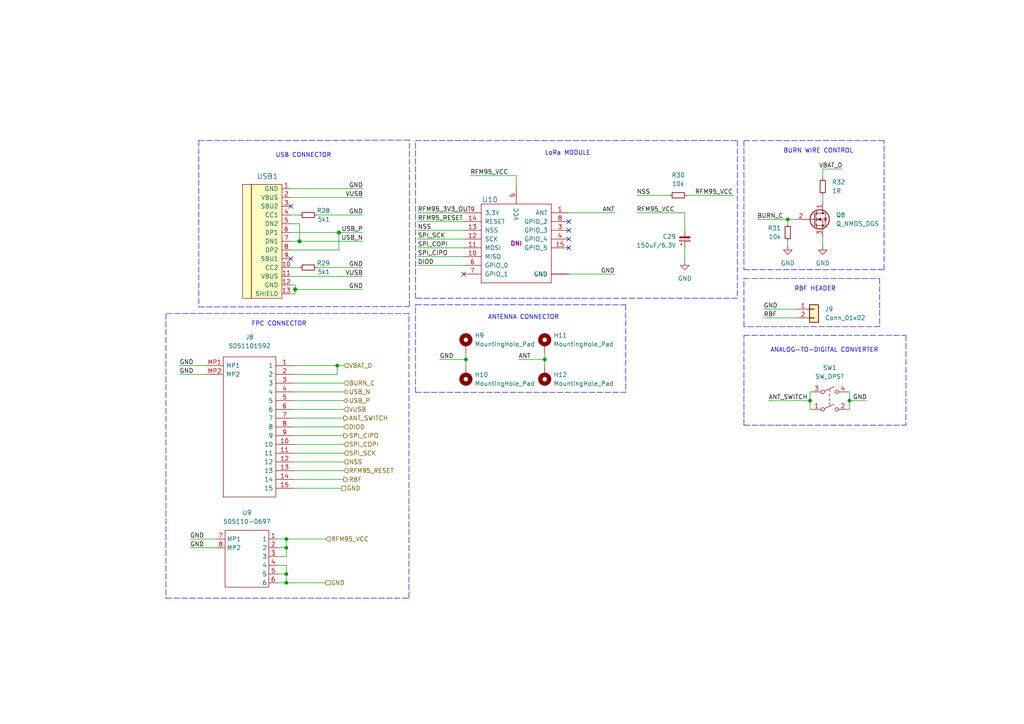
<source format=kicad_sch>
(kicad_sch (version 20211123) (generator eeschema)
  (paper "A4")
  (title_block (title "FZSatellite") (date "2022-10-21") (rev "2") (company "Fiozera - fiozera.com.br") (comment 1 "https://github.com/fiozera/FZsatellite") (comment 2 "Licensed under CERN-OHL-S v2 or later"))
  (lib_symbols
    (symbol "Connector_Generic:Conn_01x02" (pin_names (offset 1.016) hide)
      (property "Reference" "J" (at 0 2.54 0))
      (property "Value" "Conn_01x02" (at 0 -5.08 0))
      (symbol "Conn_01x02_1_1"
        (rectangle (start -1.27 -2.413) (end 0 -2.667) (stroke (width 0.1524)))
        (rectangle (start -1.27 0.127) (end 0 -0.127) (stroke (width 0.1524)))
        (rectangle (start -1.27 1.27) (end 1.27 -3.81) (stroke (width 0.254)) (fill (type background)))
        (pin passive line (at -5.08 0 0) (length 3.81) (name "Pin_1") (number "1"))
        (pin passive line (at -5.08 -2.54 0) (length 3.81) (name "Pin_2") (number "2"))
      )
    )
    (symbol "Device:C_Polarized_Small" (pin_numbers hide) (pin_names (offset 0.254) hide)
      (property "Reference" "C" (at 0.254 1.778 0))
      (property "Value" "C_Polarized_Small" (at 0.254 -2.032 0))
      (symbol "C_Polarized_Small_0_1"
        (rectangle (start -1.524 -0.3048) (end 1.524 -0.6858) (fill (type outline)))
        (rectangle (start -1.524 0.6858) (end 1.524 0.3048))
        (polyline (pts (xy -1.27 1.524) (xy -0.762 1.524)))
        (polyline (pts (xy -1.016 1.27) (xy -1.016 1.778)))
      )
      (symbol "C_Polarized_Small_1_1"
        (pin passive line (at 0 2.54 270) (length 1.8542) (name "~") (number "1"))
        (pin passive line (at 0 -2.54 90) (length 1.8542) (name "~") (number "2"))
      )
    )
    (symbol "Device:Q_NMOS_DGS" (pin_names (offset 0) hide)
      (property "Reference" "Q" (at 5.08 1.27 0))
      (property "Value" "Q_NMOS_DGS" (at 5.08 -1.27 0))
      (symbol "Q_NMOS_DGS_0_1"
        (polyline (pts (xy 0.254 0) (xy -2.54 0)))
        (polyline (pts (xy 0.254 1.905) (xy 0.254 -1.905)) (stroke (width 0.254)))
        (polyline (pts (xy 0.762 -1.27) (xy 0.762 -2.286)) (stroke (width 0.254)))
        (polyline (pts (xy 0.762 0.508) (xy 0.762 -0.508)) (stroke (width 0.254)))
        (polyline (pts (xy 0.762 2.286) (xy 0.762 1.27)) (stroke (width 0.254)))
        (polyline (pts (xy 2.54 2.54) (xy 2.54 1.778)))
        (polyline (pts (xy 2.54 -2.54) (xy 2.54 0) (xy 0.762 0)))
        (polyline (pts (xy 0.762 -1.778) (xy 3.302 -1.778) (xy 3.302 1.778) (xy 0.762 1.778)))
        (polyline (pts (xy 1.016 0) (xy 2.032 0.381) (xy 2.032 -0.381) (xy 1.016 0)) (fill (type outline)))
        (polyline (pts (xy 2.794 0.508) (xy 2.921 0.381) (xy 3.683 0.381) (xy 3.81 0.254)))
        (polyline (pts (xy 3.302 0.381) (xy 2.921 -0.254) (xy 3.683 -0.254) (xy 3.302 0.381)))
        (circle (center 1.651 0) (radius 2.794) (stroke (width 0.254)))
        (circle (center 2.54 -1.778) (radius 0.254) (fill (type outline)))
        (circle (center 2.54 1.778) (radius 0.254) (fill (type outline)))
      )
      (symbol "Q_NMOS_DGS_1_1"
        (pin passive line (at 2.54 5.08 270) (length 2.54) (name "D") (number "1"))
        (pin input line (at -5.08 0 0) (length 2.54) (name "G") (number "2"))
        (pin passive line (at 2.54 -5.08 90) (length 2.54) (name "S") (number "3"))
      )
    )
    (symbol "Device:R_Small" (pin_numbers hide) (pin_names (offset 0.254) hide)
      (property "Reference" "R" (at 0.762 0.508 0))
      (property "Value" "R_Small" (at 0.762 -1.016 0))
      (symbol "R_Small_0_1"
        (rectangle (start -0.762 1.778) (end 0.762 -1.778) (stroke (width 0.2032)))
      )
      (symbol "R_Small_1_1"
        (pin passive line (at 0 2.54 270) (length 0.762) (name "~") (number "1"))
        (pin passive line (at 0 -2.54 90) (length 0.762) (name "~") (number "2"))
      )
    )
    (symbol "Fiozera:505110-0697"
      (property "Reference" "U" (at 0 0 0))
      (property "Value" "505110-0697" (at 0 -2.54 0))
      (symbol "505110-0697_0_1"
        (rectangle (start -6.35 -3.81) (end 6.35 -20.32) (stroke (width 0.1524)))
      )
      (symbol "505110-0697_1_1"
        (pin bidirectional line (at 8.89 -6.35 180) (length 2.54) (name "1") (number "1"))
        (pin bidirectional line (at 8.89 -8.89 180) (length 2.54) (name "2") (number "2"))
        (pin bidirectional line (at 8.89 -11.43 180) (length 2.54) (name "3") (number "3"))
        (pin bidirectional line (at 8.89 -13.97 180) (length 2.54) (name "4") (number "4"))
        (pin bidirectional line (at 8.89 -16.51 180) (length 2.54) (name "5") (number "5"))
        (pin bidirectional line (at 8.89 -19.05 180) (length 2.54) (name "6") (number "6"))
        (pin unspecified line (at -8.89 -6.35 0) (length 2.54) (name "MP1") (number "7"))
        (pin unspecified line (at -8.89 -8.89 0) (length 2.54) (name "MP2") (number "8"))
      )
    )
    (symbol "Mechanical:MountingHole_Pad" (pin_numbers hide) (pin_names (offset 1.016) hide)
      (property "Reference" "H" (at 0 6.35 0))
      (property "Value" "MountingHole_Pad" (at 0 4.445 0))
      (symbol "MountingHole_Pad_0_1"
        (circle (center 0 1.27) (radius 1.27) (stroke (width 1.27)))
      )
      (symbol "MountingHole_Pad_1_1"
        (pin input line (at 0 -2.54 90) (length 2.54) (name "1") (number "1"))
      )
    )
    (symbol "SamacSys_Parts:5051101592" (pin_names (offset 0.762))
      (property "Reference" "J" (at 21.59 7.62 0))
      (property "Value" "5051101592" (at 21.59 5.08 0))
      (symbol "5051101592_0_0"
        (pin passive line (at 25.4 0 180) (length 5.08) (name "1") (number "1"))
        (pin passive line (at 25.4 -22.86 180) (length 5.08) (name "10") (number "10"))
        (pin passive line (at 25.4 -25.4 180) (length 5.08) (name "11") (number "11"))
        (pin passive line (at 25.4 -27.94 180) (length 5.08) (name "12") (number "12"))
        (pin passive line (at 25.4 -30.48 180) (length 5.08) (name "13") (number "13"))
        (pin passive line (at 25.4 -33.02 180) (length 5.08) (name "14") (number "14"))
        (pin passive line (at 25.4 -35.56 180) (length 5.08) (name "15") (number "15"))
        (pin passive line (at 25.4 -2.54 180) (length 5.08) (name "2") (number "2"))
        (pin passive line (at 25.4 -5.08 180) (length 5.08) (name "3") (number "3"))
        (pin passive line (at 25.4 -7.62 180) (length 5.08) (name "4") (number "4"))
        (pin passive line (at 25.4 -10.16 180) (length 5.08) (name "5") (number "5"))
        (pin passive line (at 25.4 -12.7 180) (length 5.08) (name "6") (number "6"))
        (pin passive line (at 25.4 -15.24 180) (length 5.08) (name "7") (number "7"))
        (pin passive line (at 25.4 -17.78 180) (length 5.08) (name "8") (number "8"))
        (pin passive line (at 25.4 -20.32 180) (length 5.08) (name "9") (number "9"))
        (pin passive line (at 0 0 0) (length 5.08) (name "MP1") (number "MP1"))
        (pin passive line (at 0 -2.54 0) (length 5.08) (name "MP2") (number "MP2"))
      )
      (symbol "5051101592_0_1"
        (polyline (pts (xy 5.08 2.54) (xy 20.32 2.54) (xy 20.32 -38.1) (xy 5.08 -38.1) (xy 5.08 2.54)) (stroke (width 0.1524)))
      )
    )
    (symbol "Switch:SW_DPST" (pin_names (offset 0) hide)
      (property "Reference" "SW" (at 0 5.08 0))
      (property "Value" "SW_DPST" (at 0 -5.08 0))
      (symbol "SW_DPST_0_0"
        (circle (center -2.032 -2.54) (radius 0.508))
        (circle (center -2.032 2.54) (radius 0.508))
        (polyline (pts (xy -1.524 -2.286) (xy 1.27 -1.016)))
        (polyline (pts (xy -1.524 2.794) (xy 1.27 4.064)))
        (polyline (pts (xy 0 -1.27) (xy 0 -0.635)))
        (polyline (pts (xy 0 0) (xy 0 0.635)))
        (polyline (pts (xy 0 1.27) (xy 0 1.905)))
        (polyline (pts (xy 0 2.54) (xy 0 3.175)))
        (circle (center 2.032 -2.54) (radius 0.508))
        (circle (center 2.032 2.54) (radius 0.508))
      )
      (symbol "SW_DPST_1_1"
        (pin passive line (at -5.08 -2.54 0) (length 2.54) (name "1") (number "1"))
        (pin passive line (at 5.08 -2.54 180) (length 2.54) (name "2") (number "2"))
        (pin passive line (at -5.08 2.54 0) (length 2.54) (name "3") (number "3"))
        (pin passive line (at 5.08 2.54 180) (length 2.54) (name "4") (number "4"))
      )
    )
    (symbol "Type-C:HRO-TYPE-C-31-M-12" (pin_names (offset 1.016))
      (property "Reference" "USB" (at -5.08 16.51 0))
      (property "Value" "HRO-TYPE-C-31-M-12" (at -10.16 -1.27 90))
      (symbol "HRO-TYPE-C-31-M-12_0_1"
        (rectangle (start -11.43 15.24) (end -8.89 -17.78) (fill (type background)))
        (rectangle (start 0 -17.78) (end -8.89 15.24) (fill (type background)))
      )
      (symbol "HRO-TYPE-C-31-M-12_1_1"
        (pin input line (at 2.54 13.97 180) (length 2.54) (name "GND") (number "1"))
        (pin input line (at 2.54 -8.89 180) (length 2.54) (name "CC2") (number "10"))
        (pin input line (at 2.54 -11.43 180) (length 2.54) (name "VBUS") (number "11"))
        (pin input line (at 2.54 -13.97 180) (length 2.54) (name "GND") (number "12"))
        (pin input line (at 2.54 -16.51 180) (length 2.54) (name "SHIELD") (number "13"))
        (pin input line (at 2.54 11.43 180) (length 2.54) (name "VBUS") (number "2"))
        (pin input line (at 2.54 8.89 180) (length 2.54) (name "SBU2") (number "3"))
        (pin input line (at 2.54 6.35 180) (length 2.54) (name "CC1") (number "4"))
        (pin input line (at 2.54 3.81 180) (length 2.54) (name "DN2") (number "5"))
        (pin input line (at 2.54 1.27 180) (length 2.54) (name "DP1") (number "6"))
        (pin input line (at 2.54 -1.27 180) (length 2.54) (name "DN1") (number "7"))
        (pin input line (at 2.54 -3.81 180) (length 2.54) (name "DP2") (number "8"))
        (pin input line (at 2.54 -6.35 180) (length 2.54) (name "SBU1") (number "9"))
      )
    )
    (symbol "mainboard:RFM98PW" (pin_names (offset 1.016))
      (property "Reference" "U" (at -7.62 10.16 0))
      (symbol "RFM98PW_0_0"
        (pin bidirectional line (at 17.78 -10.16 180) (length 5.08) hide (name "GND") (number "17"))
        (pin bidirectional line (at 2.54 15.24 270) (length 5.08) (name "VCC") (number "5"))
      )
      (symbol "RFM98PW_1_0"
        (polyline (pts (xy -7.62 -12.7) (xy -7.62 10.16)))
        (polyline (pts (xy -7.62 10.16) (xy 12.7 10.16)))
        (polyline (pts (xy 12.7 -12.7) (xy -7.62 -12.7)))
        (polyline (pts (xy 12.7 10.16) (xy 12.7 -12.7)))
        (pin bidirectional line (at 17.78 7.62 180) (length 5.08) (name "ANT") (number "1"))
        (pin bidirectional line (at -12.7 -5.08 0) (length 5.08) (name "MISO") (number "10"))
        (pin bidirectional line (at -12.7 -2.54 0) (length 5.08) (name "MOSI") (number "11"))
        (pin bidirectional line (at -12.7 0 0) (length 5.08) (name "SCK") (number "12"))
        (pin bidirectional line (at -12.7 2.54 0) (length 5.08) (name "NSS") (number "13"))
        (pin bidirectional line (at -12.7 5.08 0) (length 5.08) (name "RESET") (number "14"))
        (pin bidirectional line (at 17.78 -2.54 180) (length 5.08) (name "GPIO_5") (number "15"))
        (pin bidirectional line (at 17.78 -10.16 180) (length 5.08) (name "GND") (number "16"))
        (pin bidirectional line (at 17.78 -10.16 180) (length 5.08) (name "GND") (number "2"))
        (pin bidirectional line (at 17.78 2.54 180) (length 5.08) (name "GPIO_3") (number "3"))
        (pin bidirectional line (at 17.78 0 180) (length 5.08) (name "GPIO_4") (number "4"))
        (pin bidirectional line (at -12.7 -7.62 0) (length 5.08) (name "GPIO_0") (number "6"))
        (pin bidirectional line (at -12.7 -10.16 0) (length 5.08) (name "GPIO_1") (number "7"))
        (pin bidirectional line (at 17.78 5.08 180) (length 5.08) (name "GPIO_2") (number "8"))
        (pin power_in line (at -12.7 7.62 0) (length 5.08) (name "3.3V") (number "9"))
      )
    )
    (symbol "power:GND" (power) (pin_names (offset 0))
      (property "Value" "GND" (at 0 -3.81 0))
      (symbol "GND_0_1"
        (polyline (pts (xy 0 0) (xy 0 -1.27) (xy 1.27 -1.27) (xy 0 -2.54) (xy -1.27 -1.27) (xy 0 -1.27)))
      )
      (symbol "GND_1_1"
        (pin power_in line (at 0 0 270) (length 0) hide (name "GND") (number "1"))
      )
    )
  )
  (junction (at 83.058 156.337))
  (junction (at 86.868 69.977) (diameter 1.016))
  (junction (at 98.298 67.437) (diameter 1.016))
  (junction (at 83.058 166.497))
  (junction (at 228.473 63.627))
  (junction (at 157.988 104.267))
  (junction (at 246.38 116.205))
  (junction (at 85.598 83.947) (diameter 1.016))
  (junction (at 83.058 169.037))
  (junction (at 97.79 106.045))
  (junction (at 135.128 104.267))
  (junction (at 83.058 158.877))
  (junction (at 234.95 116.205))
  (no_connect (at 164.973 69.342))
  (no_connect (at 134.493 79.502))
  (no_connect (at 84.328 59.817))
  (no_connect (at 164.973 71.882))
  (no_connect (at 164.973 64.262))
  (no_connect (at 164.973 66.802))
  (no_connect (at 84.328 75.057))
  (wire (pts (xy 80.518 156.337) (xy 83.058 156.337)))
  (wire (pts (xy 86.868 69.977) (xy 105.283 69.977)))
  (polyline (pts (xy 262.763 97.282) (xy 262.763 123.317)))
  (polyline (pts (xy 118.618 173.482) (xy 118.618 90.932)))
  (wire (pts (xy 135.128 106.172) (xy 135.128 104.267)))
  (wire (pts (xy 83.058 166.497) (xy 83.058 163.957)))
  (wire (pts (xy 85.09 126.365) (xy 99.695 126.365)))
  (wire (pts (xy 127.508 104.267) (xy 135.128 104.267)))
  (wire (pts (xy 238.633 49.022) (xy 244.348 49.022)))
  (wire (pts (xy 184.658 56.642) (xy 194.183 56.642)))
  (wire (pts (xy 84.328 80.137) (xy 105.283 80.137)))
  (wire (pts (xy 85.09 111.125) (xy 99.695 111.125)))
  (wire (pts (xy 85.598 82.677) (xy 85.598 83.947)))
  (wire (pts (xy 121.158 64.262) (xy 134.493 64.262)))
  (wire (pts (xy 85.09 108.585) (xy 97.79 108.585)))
  (wire (pts (xy 84.328 67.437) (xy 98.298 67.437)))
  (wire (pts (xy 84.328 64.897) (xy 86.868 64.897)))
  (polyline (pts (xy 120.523 113.792) (xy 181.483 113.792)))
  (wire (pts (xy 85.598 83.947) (xy 105.283 83.947)))
  (polyline (pts (xy 256.413 40.767) (xy 215.773 40.767)))
  (wire (pts (xy 184.658 61.722) (xy 198.628 61.722)))
  (wire (pts (xy 135.128 102.362) (xy 135.128 104.267)))
  (wire (pts (xy 228.473 63.627) (xy 228.473 64.897)))
  (polyline (pts (xy 215.773 94.742) (xy 215.773 80.772)))
  (wire (pts (xy 85.09 136.525) (xy 99.695 136.525)))
  (wire (pts (xy 134.493 76.962) (xy 121.158 76.962)))
  (wire (pts (xy 83.058 158.877) (xy 83.058 156.337)))
  (polyline (pts (xy 118.745 88.9) (xy 118.745 40.64)))
  (wire (pts (xy 55.118 156.337) (xy 62.738 156.337)))
  (wire (pts (xy 121.158 61.722) (xy 134.493 61.722)))
  (wire (pts (xy 85.09 128.905) (xy 99.695 128.905)))
  (wire (pts (xy 150.368 104.267) (xy 157.988 104.267)))
  (wire (pts (xy 105.283 62.357) (xy 91.948 62.357)))
  (wire (pts (xy 52.07 106.045) (xy 59.69 106.045)))
  (wire (pts (xy 84.328 77.597) (xy 86.868 77.597)))
  (wire (pts (xy 84.328 82.677) (xy 85.598 82.677)))
  (wire (pts (xy 97.79 108.585) (xy 97.79 106.045)))
  (polyline (pts (xy 255.143 80.772) (xy 255.143 94.742)))
  (wire (pts (xy 83.058 169.037) (xy 94.488 169.037)))
  (wire (pts (xy 62.738 158.877) (xy 55.118 158.877)))
  (wire (pts (xy 85.09 116.205) (xy 99.695 116.205)))
  (wire (pts (xy 121.158 69.342) (xy 134.493 69.342)))
  (polyline (pts (xy 213.868 86.487) (xy 120.523 86.487)))
  (wire (pts (xy 85.598 85.217) (xy 84.328 85.217)))
  (wire (pts (xy 80.518 169.037) (xy 83.058 169.037)))
  (wire (pts (xy 164.973 61.722) (xy 178.308 61.722)))
  (polyline (pts (xy 255.143 94.742) (xy 215.773 94.742)))
  (wire (pts (xy 80.518 166.497) (xy 83.058 166.497)))
  (wire (pts (xy 246.38 116.205) (xy 246.38 118.745)))
  (polyline (pts (xy 57.658 89.027) (xy 118.745 88.9)))
  (wire (pts (xy 198.628 61.722) (xy 198.628 66.802)))
  (wire (pts (xy 238.633 51.562) (xy 238.633 49.022)))
  (wire (pts (xy 80.518 161.417) (xy 83.058 161.417)))
  (wire (pts (xy 98.298 67.437) (xy 105.283 67.437)))
  (wire (pts (xy 121.158 66.802) (xy 134.493 66.802)))
  (wire (pts (xy 85.09 106.045) (xy 97.79 106.045)))
  (wire (pts (xy 85.09 141.605) (xy 99.06 141.605)))
  (wire (pts (xy 80.518 158.877) (xy 83.058 158.877)))
  (polyline (pts (xy 256.413 78.232) (xy 256.413 40.767)))
  (wire (pts (xy 235.585 113.665) (xy 234.95 113.665)))
  (polyline (pts (xy 57.658 40.767) (xy 57.658 89.027)))
  (polyline (pts (xy 120.523 86.487) (xy 120.523 40.767)))
  (polyline (pts (xy 215.773 40.767) (xy 215.773 78.232)))
  (wire (pts (xy 238.633 68.707) (xy 238.633 71.247)))
  (wire (pts (xy 84.328 69.977) (xy 86.868 69.977)))
  (polyline (pts (xy 213.868 40.767) (xy 213.868 86.487)))
  (wire (pts (xy 164.973 79.502) (xy 178.308 79.502)))
  (polyline (pts (xy 120.523 40.767) (xy 213.868 40.767)))
  (wire (pts (xy 86.868 62.357) (xy 84.328 62.357)))
  (wire (pts (xy 85.09 118.745) (xy 99.695 118.745)))
  (wire (pts (xy 80.518 163.957) (xy 83.058 163.957)))
  (wire (pts (xy 121.158 74.422) (xy 134.493 74.422)))
  (wire (pts (xy 85.09 133.985) (xy 99.695 133.985)))
  (wire (pts (xy 222.885 116.205) (xy 234.95 116.205)))
  (wire (pts (xy 136.398 50.927) (xy 149.733 50.927)))
  (polyline (pts (xy 48.133 90.932) (xy 48.133 173.482)))
  (wire (pts (xy 85.09 131.445) (xy 99.695 131.445)))
  (wire (pts (xy 246.38 116.205) (xy 251.46 116.205)))
  (wire (pts (xy 85.09 139.065) (xy 99.695 139.065)))
  (wire (pts (xy 245.745 113.665) (xy 246.38 113.665)))
  (wire (pts (xy 84.328 72.517) (xy 98.298 72.517)))
  (polyline (pts (xy 215.773 97.282) (xy 262.763 97.282)))
  (polyline (pts (xy 215.773 123.317) (xy 262.763 123.317)))
  (wire (pts (xy 97.79 106.045) (xy 99.695 106.045)))
  (wire (pts (xy 85.598 83.947) (xy 85.598 85.217)))
  (wire (pts (xy 246.38 113.665) (xy 246.38 116.205)))
  (polyline (pts (xy 118.618 90.932) (xy 48.133 90.932)))
  (wire (pts (xy 228.473 63.627) (xy 231.013 63.627)))
  (wire (pts (xy 221.488 89.662) (xy 231.013 89.662)))
  (wire (pts (xy 91.948 77.597) (xy 105.283 77.597)))
  (polyline (pts (xy 215.773 78.232) (xy 256.413 78.232)))
  (polyline (pts (xy 120.523 88.392) (xy 181.483 88.392)))
  (wire (pts (xy 234.95 113.665) (xy 234.95 116.205)))
  (wire (pts (xy 86.868 64.897) (xy 86.868 69.977)))
  (wire (pts (xy 85.09 113.665) (xy 99.695 113.665)))
  (wire (pts (xy 98.298 72.517) (xy 98.298 67.437)))
  (wire (pts (xy 234.95 116.205) (xy 234.95 118.745)))
  (polyline (pts (xy 118.745 40.64) (xy 57.658 40.767)))
  (wire (pts (xy 85.09 121.285) (xy 99.695 121.285)))
  (wire (pts (xy 238.633 56.642) (xy 238.633 58.547)))
  (polyline (pts (xy 48.133 173.482) (xy 118.618 173.482)))
  (polyline (pts (xy 120.523 113.792) (xy 120.523 88.392)))
  (wire (pts (xy 198.628 71.882) (xy 198.628 75.692)))
  (polyline (pts (xy 181.483 88.392) (xy 181.483 113.792)))
  (wire (pts (xy 219.583 63.627) (xy 228.473 63.627)))
  (wire (pts (xy 83.058 156.337) (xy 94.488 156.337)))
  (wire (pts (xy 83.058 169.037) (xy 83.058 166.497)))
  (wire (pts (xy 228.473 69.977) (xy 228.473 71.247)))
  (wire (pts (xy 157.988 104.267) (xy 157.988 106.172)))
  (wire (pts (xy 149.733 50.927) (xy 149.733 54.102)))
  (wire (pts (xy 84.328 54.737) (xy 105.283 54.737)))
  (polyline (pts (xy 215.773 80.772) (xy 255.143 80.772)))
  (wire (pts (xy 59.69 108.585) (xy 52.07 108.585)))
  (wire (pts (xy 83.058 161.417) (xy 83.058 158.877)))
  (wire (pts (xy 85.09 123.825) (xy 99.695 123.825)))
  (wire (pts (xy 199.263 56.642) (xy 212.598 56.642)))
  (wire (pts (xy 121.158 71.882) (xy 134.493 71.882)))
  (wire (pts (xy 221.488 92.202) (xy 231.013 92.202)))
  (wire (pts (xy 234.95 118.745) (xy 235.585 118.745)))
  (wire (pts (xy 245.745 118.745) (xy 246.38 118.745)))
  (wire (pts (xy 105.283 57.277) (xy 84.328 57.277)))
  (polyline (pts (xy 215.773 123.317) (xy 215.773 97.282)))
  (wire (pts (xy 157.988 102.362) (xy 157.988 104.267)))
  (text "ANALOG-TO-DIGITAL CONVERTER" (at 223.393 102.362 0) (effects (font (size 1.27 1.27)) (justify left bottom)))
  (text "BURN WIRE CONTROL" (at 227.203 44.577 0) (effects (font (size 1.27 1.27)) (justify left bottom)))
  (text "FPC CONNECTOR" (at 72.898 94.742 0) (effects (font (size 1.27 1.27)) (justify left bottom)))
  (text "RBF HEADER" (at 230.378 84.582 0) (effects (font (size 1.27 1.27)) (justify left bottom)))
  (text "USB CONNECTOR" (at 79.883 45.847 0) (effects (font (size 1.27 1.27)) (justify left bottom)))
  (text "LoRa MODULE" (at 157.988 45.212 0) (effects (font (size 1.27 1.27)) (justify left bottom)))
  (text "ANTENNA CONNECTOR" (at 141.478 92.837 0) (effects (font (size 1.27 1.27)) (justify left bottom)))
  (label "SPI_SCK" (at 121.158 69.342 0))
  (label "RBF" (at 221.488 92.202 0))
  (label "GND" (at 105.283 77.597 180))
  (label "ANT_SWITCH" (at 222.885 116.205 0))
  (label "RFM95_3V3_OUT" (at 121.158 61.722 0))
  (label "GND" (at 127.508 104.267 0))
  (label "DIO0" (at 121.158 76.962 0))
  (label "GND" (at 55.118 156.337 0))
  (label "NSS" (at 121.158 66.802 0))
  (label "GND" (at 105.283 83.947 180))
  (label "USB_N" (at 105.283 69.977 180))
  (label "GND" (at 55.118 158.877 0))
  (label "GND" (at 178.308 79.502 180))
  (label "BURN_C" (at 219.583 63.627 0))
  (label "SPI_COPI" (at 121.158 71.882 0))
  (label "VUSB" (at 105.283 57.277 180))
  (label "GND" (at 221.488 89.662 0))
  (label "VUSB" (at 105.283 80.137 180))
  (label "VBAT_D" (at 244.348 49.022 180))
  (label "NSS" (at 184.658 56.642 0))
  (label "RFM95_RESET" (at 121.158 64.262 0))
  (label "GND" (at 105.283 54.737 180))
  (label "GND" (at 52.07 108.585 0))
  (label "ANT" (at 150.368 104.267 0))
  (label "RFM95_VCC" (at 184.658 61.722 0))
  (label "GND" (at 251.46 116.205 180))
  (label "ANT" (at 178.308 61.722 180))
  (label "GND" (at 105.283 62.357 180))
  (label "SPI_CIPO" (at 121.158 74.422 0))
  (label "GND" (at 52.07 106.045 0))
  (label "RFM95_VCC" (at 212.598 56.642 180))
  (label "USB_P" (at 105.283 67.437 180))
  (label "RFM95_VCC" (at 136.398 50.927 0))
  (hierarchical_label "ANT_SWITCH" (shape output) (at 99.695 121.285 0))
  (hierarchical_label "RBF" (shape output) (at 99.695 139.065 0))
  (hierarchical_label "SPI_SCK" (shape input) (at 99.695 131.445 0))
  (hierarchical_label "RFM95_VCC" (shape input) (at 94.488 156.337 0))
  (hierarchical_label "VBAT_D" (shape input) (at 99.695 106.045 0))
  (hierarchical_label "SPI_COPI" (shape input) (at 99.695 128.905 0))
  (hierarchical_label "BURN_C" (shape input) (at 99.695 111.125 0))
  (hierarchical_label "GND" (shape passive) (at 94.488 169.037 0))
  (hierarchical_label "SPI_CIPO" (shape output) (at 99.695 126.365 0))
  (hierarchical_label "DIO0" (shape input) (at 99.695 123.825 0))
  (hierarchical_label "USB_P" (shape bidirectional) (at 99.695 116.205 0))
  (hierarchical_label "GND" (shape passive) (at 99.06 141.605 0))
  (hierarchical_label "USB_N" (shape bidirectional) (at 99.695 113.665 0))
  (hierarchical_label "NSS" (shape input) (at 99.695 133.985 0))
  (hierarchical_label "RFM95_RESET" (shape input) (at 99.695 136.525 0))
  (hierarchical_label "VUSB" (shape input) (at 99.695 118.745 0))
  (symbol (lib_id "Mechanical:MountingHole_Pad") (at 157.988 108.712 180) (unit 1)
    (property "Reference" "H12" (at 160.528 108.7119 0) (effects (justify right)))
    (property "Value" "MountingHole_Pad" (at 160.528 111.2519 0) (effects (justify right)))
    (property "Footprint" "MountingHole:MountingHole_2.2mm_M2_DIN965_Pad_TopOnly" (effects hide))
  )
  (symbol (lib_id "Device:R_Small") (at 89.408 62.357 90) (unit 1)
    (property "Reference" "R28" (at 95.758 61.087 90) (effects (justify left)))
    (property "Value" "5k1" (at 95.758 63.627 90) (effects (justify left)))
    (property "Footprint" "Resistor_SMD:R_0603_1608Metric" (effects hide))
  )
  (symbol (lib_id "Mechanical:MountingHole_Pad") (at 135.128 99.822 0) (unit 1)
    (property "Reference" "H9" (at 137.668 97.2819 0) (effects (justify left)))
    (property "Value" "MountingHole_Pad" (at 137.668 99.8219 0) (effects (justify left)))
    (property "Footprint" "MountingHole:MountingHole_2.2mm_M2_DIN965_Pad_TopOnly" (effects hide))
  )
  (symbol (lib_id "Connector_Generic:Conn_01x02") (at 236.093 89.662 0) (unit 1)
    (property "Reference" "J9" (at 239.268 89.6619 0) (effects (justify left)))
    (property "Value" "Conn_01x02" (at 239.268 92.2019 0) (effects (justify left)))
    (property "Footprint" "Connector_PinHeader_2.54mm:PinHeader_1x02_P2.54mm_Horizontal" (effects hide))
  )
  (symbol (lib_id "power:GND") (at 228.473 71.247 0) (mirror y) (unit 1)
    (property "Reference" "#PWR0154" (effects hide))
    (property "Value" "GND" (at 228.473 76.327 0))
  )
  (symbol (lib_id "Device:R_Small") (at 89.408 77.597 90) (unit 1)
    (property "Reference" "R29" (at 95.758 76.327 90) (effects (justify left)))
    (property "Value" "5k1" (at 95.758 78.867 90) (effects (justify left)))
    (property "Footprint" "Resistor_SMD:R_0603_1608Metric" (effects hide))
  )
  (symbol (lib_id "mainboard:RFM98PW") (at 147.193 69.342 0) (unit 1)
    (property "Reference" "U10" (at 142.113 57.912 0) (effects (font (size 1.4986 1.4986))))
    (property "Value" "RFM98PW" (effects hide))
    (property "Footprint" "Fiozera:RFM95PW" (effects hide))
    (property "DNI" "DNI" (at 149.733 70.612 0) (effects (font bold)))
  )
  (symbol (lib_id "Device:R_Small") (at 228.473 67.437 0) (mirror x) (unit 1)
    (property "Reference" "R31" (at 226.568 66.1669 0) (effects (justify right)))
    (property "Value" "10k" (at 226.568 68.7069 0) (effects (justify right)))
    (property "Footprint" "Resistor_SMD:R_0402_1005Metric" (effects hide))
  )
  (symbol (lib_id "power:GND") (at 238.633 71.247 0) (mirror y) (unit 1)
    (property "Reference" "#PWR0153" (effects hide))
    (property "Value" "GND" (at 238.633 76.327 0))
  )
  (symbol (lib_id "Device:C_Polarized_Small") (at 198.628 69.342 0) (mirror x) (unit 1)
    (property "Reference" "C29" (at 196.088 68.618 0) (effects (justify right)))
    (property "Value" "150uF{slash}6.3V" (at 196.088 71.158 0) (effects (justify right)))
    (property "Footprint" "Capacitor_Tantalum_SMD:CP_EIA-7343-15_Kemet-W" (effects hide))
    (property "Datasheet" "https://br.mouser.com/datasheet/2/212/1/KEM_T2076_T52X_530-1104134.pdf" (effects hide))
    (property "Mouser Part" "80-T520V157M006E025" (effects hide))
  )
  (symbol (lib_id "power:GND") (at 198.628 75.692 0) (unit 1)
    (property "Reference" "#PWR0152" (effects hide))
    (property "Value" "GND" (at 198.628 80.772 0))
  )
  (symbol (lib_id "Device:Q_NMOS_DGS") (at 236.093 63.627 0) (unit 1)
    (property "Reference" "Q8" (at 242.443 62.3569 0) (effects (justify left)))
    (property "Value" "Q_NMOS_DGS" (at 242.443 64.8969 0) (effects (justify left)))
    (property "Footprint" "Fiozera:RUL035N02FRATR" (effects hide))
  )
  (symbol (lib_id "Type-C:HRO-TYPE-C-31-M-12") (at 81.788 68.707 0) (unit 1)
    (property "Reference" "USB1" (at 77.5462 51.1556 0) (effects (font (size 1.524 1.524))))
    (property "Value" "HRO-TYPE-C-31-M-12" (effects hide))
    (property "Footprint" "Type-C:HRO-TYPE-C-31-M-12-HandSoldering" (effects hide))
  )
  (symbol (lib_id "Fiozera:505110-0697") (at 71.628 149.987 0) (unit 1)
    (property "Reference" "U9" (at 71.628 148.717 0))
    (property "Value" "505110-0697" (at 71.628 151.257 0))
    (property "Footprint" "SamacSys_Parts:5051100692" (effects hide))
  )
  (symbol (lib_id "Mechanical:MountingHole_Pad") (at 157.988 99.822 0) (unit 1)
    (property "Reference" "H11" (at 160.528 97.2819 0) (effects (justify left)))
    (property "Value" "MountingHole_Pad" (at 160.528 99.8219 0) (effects (justify left)))
    (property "Footprint" "MountingHole:MountingHole_2.2mm_M2_DIN965_Pad_TopOnly" (effects hide))
  )
  (symbol (lib_id "Switch:SW_DPST") (at 240.665 116.205 0) (unit 1)
    (property "Reference" "SW1" (at 240.665 106.68 0))
    (property "Value" "SW_DPST" (at 240.665 109.22 0))
    (property "Footprint" "Fiozera:SPPB530601" (effects hide))
  )
  (symbol (lib_id "Mechanical:MountingHole_Pad") (at 135.128 108.712 180) (unit 1)
    (property "Reference" "H10" (at 137.668 108.7119 0) (effects (justify right)))
    (property "Value" "MountingHole_Pad" (at 137.668 111.2519 0) (effects (justify right)))
    (property "Footprint" "MountingHole:MountingHole_2.2mm_M2_DIN965_Pad_TopOnly" (effects hide))
  )
  (symbol (lib_id "Device:R_Small") (at 196.723 56.642 90) (unit 1)
    (property "Reference" "R30" (at 196.723 50.8 90))
    (property "Value" "10k" (at 196.723 53.34 90))
    (property "Footprint" "Resistor_SMD:R_0402_1005Metric" (effects hide))
  )
  (symbol (lib_id "SamacSys_Parts:5051101592") (at 59.69 106.045 0) (unit 1)
    (property "Reference" "J8" (at 72.39 97.79 0))
    (property "Value" "5051101592" (at 72.39 100.33 0))
    (property "Footprint" "SamacSys_Parts:5051101592" (effects hide))
    (property "Datasheet" "https://www.arrow.com/en/products/505110-1592/molex" (effects hide))
    (property "Description" "Easy-On FFC/FPC Connector, 0.50mm Pitch, FD19 Series, Right-Angle, Bottom Contact, 1.90mm Height,  Circuits, Gold over Nickel Plating" (effects hide))
    (property "Height" "2.1" (effects hide))
    (property "Manufacturer_Name" "Molex" (effects hide))
    (property "Manufacturer_Part_Number" "5051101592" (effects hide))
    (property "Arrow Part Number" "5051101592" (effects hide))
    (property "Arrow Price/Stock" "https://www.arrow.com/en/products/505110-1592/molex?region=nac" (effects hide))
  )
  (symbol (lib_id "Device:R_Small") (at 238.633 54.102 0) (unit 1)
    (property "Reference" "R32" (at 241.3 52.8319 0) (effects (justify left)))
    (property "Value" "1R" (at 241.3 55.3719 0) (effects (justify left)))
    (property "Footprint" "Resistor_THT:R_Axial_DIN0207_L6.3mm_D2.5mm_P10.16mm_Horizontal" (effects hide))
  )
)
</source>
